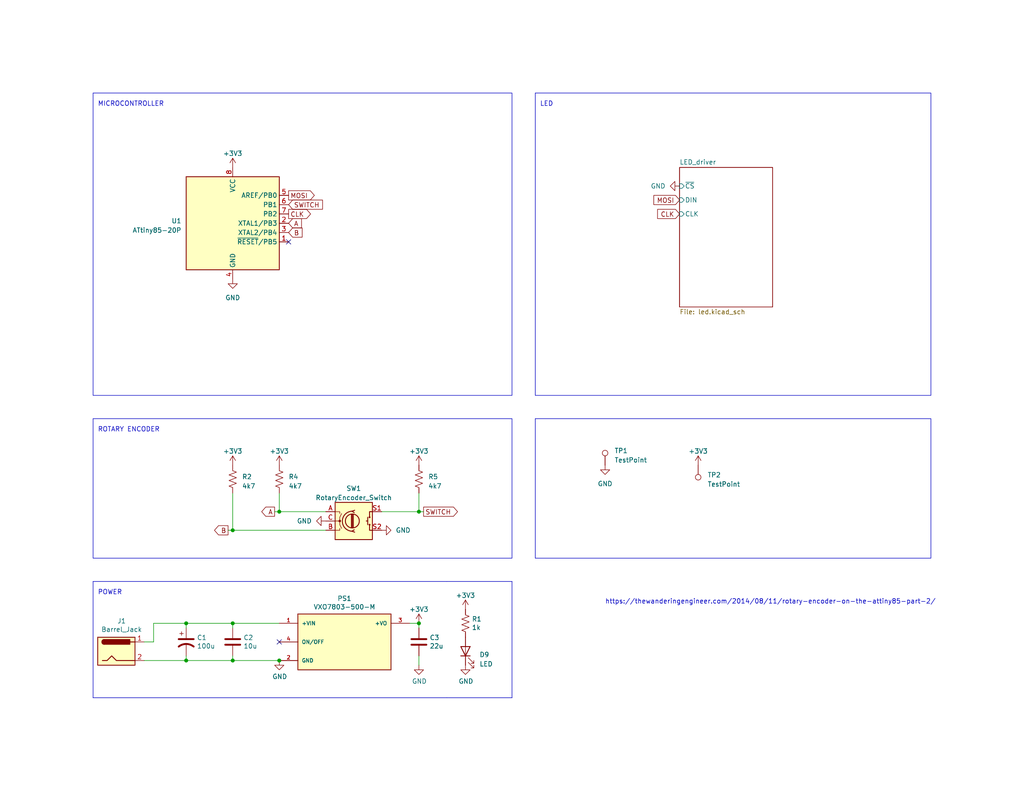
<source format=kicad_sch>
(kicad_sch (version 20230121) (generator eeschema)
  (paper "USLetter")
  (title_block (title "Byte Board") (date "2023-03-20") (rev "A") (company "University of Wisconsin-Madison") (comment 1 "Department of Chemistry") (comment 2 "Instrument Shop") (comment 3 "Blaise Thompson") (comment 4 "blaise.thompson@wisc.edu"))
  (lib_symbols
    (symbol "Connector:Barrel_Jack" (pin_names (offset 1.016))
      (property "Reference" "J" (at 0 5.334 0))
      (property "Value" "Barrel_Jack" (at 0 -5.08 0))
      (symbol "Barrel_Jack_0_1"
        (rectangle (start -5.08 3.81) (end 5.08 -3.81) (stroke (width 0.254)) (fill (type background)))
        (arc (start -3.302 3.175) (mid -3.9343 2.54) (end -3.302 1.905) (stroke (width 0.254)))
        (arc (start -3.302 3.175) (mid -3.9343 2.54) (end -3.302 1.905) (stroke (width 0.254)) (fill (type outline)))
        (polyline (pts (xy 5.08 2.54) (xy 3.81 2.54)) (stroke (width 0.254)))
        (polyline (pts (xy -3.81 -2.54) (xy -2.54 -2.54) (xy -1.27 -1.27) (xy 0 -2.54) (xy 2.54 -2.54) (xy 5.08 -2.54)) (stroke (width 0.254)))
        (rectangle (start 3.683 3.175) (end -3.302 1.905) (stroke (width 0.254)) (fill (type outline)))
      )
      (symbol "Barrel_Jack_1_1"
        (pin passive line (at 7.62 2.54 180) (length 2.54) (name "~") (number "1"))
        (pin passive line (at 7.62 -2.54 180) (length 2.54) (name "~") (number "2"))
      )
    )
    (symbol "Connector:TestPoint" (pin_numbers hide) (pin_names (offset 0.762) hide)
      (property "Reference" "TP" (at 0 6.858 0))
      (property "Value" "TestPoint" (at 0 5.08 0))
      (symbol "TestPoint_0_1"
        (circle (center 0 3.302) (radius 0.762))
      )
      (symbol "TestPoint_1_1"
        (pin passive line (at 0 0 90) (length 2.54) (name "1") (number "1"))
      )
    )
    (symbol "Device:C" (pin_numbers hide) (pin_names (offset 0.254))
      (property "Reference" "C" (at 0.635 2.54 0))
      (property "Value" "C" (at 0.635 -2.54 0))
      (symbol "C_0_1"
        (polyline (pts (xy -2.032 -0.762) (xy 2.032 -0.762)) (stroke (width 0.508)))
        (polyline (pts (xy -2.032 0.762) (xy 2.032 0.762)) (stroke (width 0.508)))
      )
      (symbol "C_1_1"
        (pin passive line (at 0 3.81 270) (length 2.794) (name "~") (number "1"))
        (pin passive line (at 0 -3.81 90) (length 2.794) (name "~") (number "2"))
      )
    )
    (symbol "Device:CP1" (pin_numbers hide) (pin_names (offset 0.254) hide)
      (property "Reference" "C" (at 0.635 2.54 0))
      (property "Value" "Device_CP1" (at 0.635 -2.54 0))
      (symbol "CP1_0_1"
        (polyline (pts (xy -2.032 0.762) (xy 2.032 0.762)) (stroke (width 0.508)))
        (polyline (pts (xy -1.778 2.286) (xy -0.762 2.286)))
        (polyline (pts (xy -1.27 1.778) (xy -1.27 2.794)))
        (arc (start 2.032 -1.27) (mid 0 -0.5572) (end -2.032 -1.27) (stroke (width 0.508)))
      )
      (symbol "CP1_1_1"
        (pin passive line (at 0 3.81 270) (length 2.794) (name "~") (number "1"))
        (pin passive line (at 0 -3.81 90) (length 3.302) (name "~") (number "2"))
      )
    )
    (symbol "Device:LED" (pin_numbers hide) (pin_names (offset 1.016) hide)
      (property "Reference" "D" (at 0 2.54 0))
      (property "Value" "LED" (at 0 -2.54 0))
      (symbol "LED_0_1"
        (polyline (pts (xy -1.27 -1.27) (xy -1.27 1.27)) (stroke (width 0.254)))
        (polyline (pts (xy -1.27 0) (xy 1.27 0)))
        (polyline (pts (xy 1.27 -1.27) (xy 1.27 1.27) (xy -1.27 0) (xy 1.27 -1.27)) (stroke (width 0.254)))
        (polyline (pts (xy -3.048 -0.762) (xy -4.572 -2.286) (xy -3.81 -2.286) (xy -4.572 -2.286) (xy -4.572 -1.524)))
        (polyline (pts (xy -1.778 -0.762) (xy -3.302 -2.286) (xy -2.54 -2.286) (xy -3.302 -2.286) (xy -3.302 -1.524)))
      )
      (symbol "LED_1_1"
        (pin passive line (at -3.81 0 0) (length 2.54) (name "K") (number "1"))
        (pin passive line (at 3.81 0 180) (length 2.54) (name "A") (number "2"))
      )
    )
    (symbol "Device:R_US" (pin_numbers hide) (pin_names (offset 0))
      (property "Reference" "R" (at 2.54 0 90))
      (property "Value" "R_US" (at -2.54 0 90))
      (symbol "R_US_0_1"
        (polyline (pts (xy 0 -2.286) (xy 0 -2.54)))
        (polyline (pts (xy 0 2.286) (xy 0 2.54)))
        (polyline (pts (xy 0 -0.762) (xy 1.016 -1.143) (xy 0 -1.524) (xy -1.016 -1.905) (xy 0 -2.286)))
        (polyline (pts (xy 0 0.762) (xy 1.016 0.381) (xy 0 0) (xy -1.016 -0.381) (xy 0 -0.762)))
        (polyline (pts (xy 0 2.286) (xy 1.016 1.905) (xy 0 1.524) (xy -1.016 1.143) (xy 0 0.762)))
      )
      (symbol "R_US_1_1"
        (pin passive line (at 0 3.81 270) (length 1.27) (name "~") (number "1"))
        (pin passive line (at 0 -3.81 90) (length 1.27) (name "~") (number "2"))
      )
    )
    (symbol "Device:RotaryEncoder_Switch" (pin_names (offset 0.254) hide)
      (property "Reference" "SW" (at 0 6.604 0))
      (property "Value" "RotaryEncoder_Switch" (at 0 -6.604 0))
      (symbol "RotaryEncoder_Switch_0_1"
        (rectangle (start -5.08 5.08) (end 5.08 -5.08) (stroke (width 0.254)) (fill (type background)))
        (circle (center -3.81 0) (radius 0.254) (fill (type outline)))
        (circle (center -0.381 0) (radius 1.905) (stroke (width 0.254)))
        (arc (start -0.381 2.667) (mid -3.0988 -0.0635) (end -0.381 -2.794) (stroke (width 0.254)))
        (polyline (pts (xy -0.635 -1.778) (xy -0.635 1.778)) (stroke (width 0.254)))
        (polyline (pts (xy -0.381 -1.778) (xy -0.381 1.778)) (stroke (width 0.254)))
        (polyline (pts (xy -0.127 1.778) (xy -0.127 -1.778)) (stroke (width 0.254)))
        (polyline (pts (xy 3.81 0) (xy 3.429 0)) (stroke (width 0.254)))
        (polyline (pts (xy 3.81 1.016) (xy 3.81 -1.016)) (stroke (width 0.254)))
        (polyline (pts (xy -5.08 -2.54) (xy -3.81 -2.54) (xy -3.81 -2.032)))
        (polyline (pts (xy -5.08 2.54) (xy -3.81 2.54) (xy -3.81 2.032)))
        (polyline (pts (xy 0.254 -3.048) (xy -0.508 -2.794) (xy 0.127 -2.413)) (stroke (width 0.254)))
        (polyline (pts (xy 0.254 2.921) (xy -0.508 2.667) (xy 0.127 2.286)) (stroke (width 0.254)))
        (polyline (pts (xy 5.08 -2.54) (xy 4.318 -2.54) (xy 4.318 -1.016)) (stroke (width 0.254)))
        (polyline (pts (xy 5.08 2.54) (xy 4.318 2.54) (xy 4.318 1.016)) (stroke (width 0.254)))
        (polyline (pts (xy -5.08 0) (xy -3.81 0) (xy -3.81 -1.016) (xy -3.302 -2.032)))
        (polyline (pts (xy -4.318 0) (xy -3.81 0) (xy -3.81 1.016) (xy -3.302 2.032)))
        (circle (center 4.318 -1.016) (radius 0.127) (stroke (width 0.254)))
        (circle (center 4.318 1.016) (radius 0.127) (stroke (width 0.254)))
      )
      (symbol "RotaryEncoder_Switch_1_1"
        (pin passive line (at -7.62 2.54 0) (length 2.54) (name "A") (number "A"))
        (pin passive line (at -7.62 -2.54 0) (length 2.54) (name "B") (number "B"))
        (pin passive line (at -7.62 0 0) (length 2.54) (name "C") (number "C"))
        (pin passive line (at 7.62 2.54 180) (length 2.54) (name "S1") (number "S1"))
        (pin passive line (at 7.62 -2.54 180) (length 2.54) (name "S2") (number "S2"))
      )
    )
    (symbol "GND_1" (power) (pin_names (offset 0))
      (property "Value" "GND_1" (at 0 -3.81 0))
      (symbol "GND_1_0_1"
        (polyline (pts (xy 0 0) (xy 0 -1.27) (xy 1.27 -1.27) (xy 0 -2.54) (xy -1.27 -1.27) (xy 0 -1.27)))
      )
      (symbol "GND_1_1_1"
        (pin power_in line (at 0 0 270) (length 0) hide (name "GND") (number "1"))
      )
    )
    (symbol "GND_2" (power) (pin_names (offset 0))
      (property "Value" "GND_2" (at 0 -3.81 0))
      (symbol "GND_2_0_1"
        (polyline (pts (xy 0 0) (xy 0 -1.27) (xy 1.27 -1.27) (xy 0 -2.54) (xy -1.27 -1.27) (xy 0 -1.27)))
      )
      (symbol "GND_2_1_1"
        (pin power_in line (at 0 0 270) (length 0) hide (name "GND") (number "1"))
      )
    )
    (symbol "GND_3" (power) (pin_names (offset 0))
      (property "Value" "GND_3" (at 0 -3.81 0))
      (symbol "GND_3_0_1"
        (polyline (pts (xy 0 0) (xy 0 -1.27) (xy 1.27 -1.27) (xy 0 -2.54) (xy -1.27 -1.27) (xy 0 -1.27)))
      )
      (symbol "GND_3_1_1"
        (pin power_in line (at 0 0 270) (length 0) hide (name "GND") (number "1"))
      )
    )
    (symbol "GND_4" (power) (pin_names (offset 0))
      (property "Value" "GND_4" (at 0 -3.81 0))
      (symbol "GND_4_0_1"
        (polyline (pts (xy 0 0) (xy 0 -1.27) (xy 1.27 -1.27) (xy 0 -2.54) (xy -1.27 -1.27) (xy 0 -1.27)))
      )
      (symbol "GND_4_1_1"
        (pin power_in line (at 0 0 270) (length 0) hide (name "GND") (number "1"))
      )
    )
    (symbol "MCU_Microchip_ATtiny:ATtiny85-20P"
      (property "Reference" "U" (at -12.7 13.97 0))
      (property "Value" "ATtiny85-20P" (at 2.54 -13.97 0))
      (symbol "ATtiny85-20P_0_1"
        (rectangle (start -12.7 -12.7) (end 12.7 12.7) (stroke (width 0.254)) (fill (type background)))
      )
      (symbol "ATtiny85-20P_1_1"
        (pin bidirectional line (at 15.24 -5.08 180) (length 2.54) (name "~{RESET}/PB5") (number "1"))
        (pin bidirectional line (at 15.24 0 180) (length 2.54) (name "XTAL1/PB3") (number "2"))
        (pin bidirectional line (at 15.24 -2.54 180) (length 2.54) (name "XTAL2/PB4") (number "3"))
        (pin power_in line (at 0 -15.24 90) (length 2.54) (name "GND") (number "4"))
        (pin bidirectional line (at 15.24 7.62 180) (length 2.54) (name "AREF/PB0") (number "5"))
        (pin bidirectional line (at 15.24 5.08 180) (length 2.54) (name "PB1") (number "6"))
        (pin bidirectional line (at 15.24 2.54 180) (length 2.54) (name "PB2") (number "7"))
        (pin power_in line (at 0 15.24 270) (length 2.54) (name "VCC") (number "8"))
      )
    )
    (symbol "VXO7805-500-M:VXO7805-500-M" (pin_names (offset 1.016))
      (property "Reference" "PS" (at -12.7 8.89 0))
      (property "Value" "VXO7805-500-M" (at -12.7 -8.89 0))
      (symbol "VXO7805-500-M_0_0"
        (pin input line (at -17.78 5.08 0) (length 5.08) (name "+VIN") (number "1"))
        (pin power_in line (at -17.78 -5.08 0) (length 5.08) (name "GND") (number "2"))
        (pin output line (at 17.78 5.08 180) (length 5.08) (name "+VO") (number "3"))
        (pin input line (at -17.78 0 0) (length 5.08) (name "ON/OFF") (number "4"))
      )
      (symbol "VXO7805-500-M_1_1"
        (rectangle (start -12.7 7.62) (end 12.7 -7.62) (stroke (width 0.254)) (fill (type background)))
      )
    )
    (symbol "power:+3V3" (power) (pin_names (offset 0))
      (property "Value" "+3V3" (at 0 3.556 0))
      (symbol "+3V3_0_1"
        (polyline (pts (xy -0.762 1.27) (xy 0 2.54)))
        (polyline (pts (xy 0 0) (xy 0 2.54)))
        (polyline (pts (xy 0 2.54) (xy 0.762 1.27)))
      )
      (symbol "+3V3_1_1"
        (pin power_in line (at 0 0 90) (length 0) hide (name "+3V3") (number "1"))
      )
    )
    (symbol "power:GND" (power) (pin_names (offset 0))
      (property "Value" "GND" (at 0 -3.81 0))
      (symbol "GND_0_1"
        (polyline (pts (xy 0 0) (xy 0 -1.27) (xy 1.27 -1.27) (xy 0 -2.54) (xy -1.27 -1.27) (xy 0 -1.27)))
      )
      (symbol "GND_1_1"
        (pin power_in line (at 0 0 270) (length 0) hide (name "GND") (number "1"))
      )
    )
  )
  (junction (at 63.5 180.34))
  (junction (at 50.8 170.18))
  (junction (at 76.2 180.34))
  (junction (at 50.8 180.34))
  (junction (at 114.3 170.18))
  (junction (at 114.3 139.7))
  (junction (at 63.5 144.78))
  (junction (at 63.5 170.18))
  (junction (at 76.2 139.7))
  (no_connect (at 78.74 66.04))
  (no_connect (at 76.2 175.26))
  (wire (pts (xy 41.91 175.26) (xy 41.91 170.18)))
  (polyline (pts (xy 139.7 190.5) (xy 121.92 190.5)))
  (wire (pts (xy 63.5 170.18) (xy 76.2 170.18)))
  (wire (pts (xy 41.91 170.18) (xy 50.8 170.18)))
  (wire (pts (xy 50.8 179.07) (xy 50.8 180.34)))
  (polyline (pts (xy 25.4 190.5) (xy 25.4 158.75)))
  (wire (pts (xy 63.5 170.18) (xy 63.5 171.45)))
  (polyline (pts (xy 25.4 158.75) (xy 121.92 158.75)))
  (wire (pts (xy 39.37 175.26) (xy 41.91 175.26)))
  (wire (pts (xy 74.93 139.7) (xy 76.2 139.7)))
  (polyline (pts (xy 121.92 158.75) (xy 139.7 158.75)))
  (wire (pts (xy 114.3 170.18) (xy 111.76 170.18)))
  (wire (pts (xy 62.23 144.78) (xy 63.5 144.78)))
  (wire (pts (xy 63.5 179.07) (xy 63.5 180.34)))
  (wire (pts (xy 63.5 144.78) (xy 63.5 134.62)))
  (wire (pts (xy 50.8 180.34) (xy 63.5 180.34)))
  (wire (pts (xy 104.14 139.7) (xy 114.3 139.7)))
  (wire (pts (xy 39.37 180.34) (xy 50.8 180.34)))
  (polyline (pts (xy 139.7 158.75) (xy 139.7 190.5)))
  (wire (pts (xy 50.8 170.18) (xy 63.5 170.18)))
  (wire (pts (xy 114.3 179.07) (xy 114.3 181.61)))
  (wire (pts (xy 63.5 180.34) (xy 76.2 180.34)))
  (wire (pts (xy 76.2 139.7) (xy 76.2 134.62)))
  (polyline (pts (xy 121.92 190.5) (xy 25.4 190.5)))
  (wire (pts (xy 114.3 139.7) (xy 114.3 134.62)))
  (wire (pts (xy 50.8 171.45) (xy 50.8 170.18)))
  (wire (pts (xy 114.3 171.45) (xy 114.3 170.18)))
  (wire (pts (xy 114.3 139.7) (xy 115.57 139.7)))
  (wire (pts (xy 88.9 144.78) (xy 63.5 144.78)))
  (wire (pts (xy 88.9 139.7) (xy 76.2 139.7)))
  (rectangle (start 146.05 114.3) (end 254 152.4))
  (rectangle (start 25.4 114.3) (end 139.7 152.4))
  (rectangle (start 25.4 25.4) (end 139.7 107.95))
  (rectangle (start 146.05 25.4) (end 254 107.95))
  (text "LED" (at 147.32 29.21 0) (effects (font (size 1.27 1.27)) (justify left bottom)))
  (text "ROTARY ENCODER" (at 26.67 118.11 0) (effects (font (size 1.27 1.27)) (justify left bottom)))
  (text "MICROCONTROLLER" (at 26.67 29.21 0) (effects (font (size 1.27 1.27)) (justify left bottom)))
  (text "https://thewanderingengineer.com/2014/08/11/rotary-encoder-on-the-attiny85-part-2/" (at 165.1 165.1 0) (effects (font (size 1.27 1.27)) (justify left bottom)))
  (text "POWER" (at 26.67 162.56 0) (effects (font (size 1.27 1.27)) (justify left bottom)))
  (global_label "SWITCH" (shape input) (at 78.74 55.88 0) (property "Intersheetrefs" "${INTERSHEET_REFS}" (effects hide)))
  (global_label "B" (shape output) (at 62.23 144.78 180) (property "Intersheetrefs" "${INTERSHEET_REFS}" (effects hide)))
  (global_label "A" (shape input) (at 78.74 60.96 0) (property "Intersheetrefs" "${INTERSHEET_REFS}" (effects hide)))
  (global_label "MOSI" (shape input) (at 185.42 54.61 180) (property "Intersheetrefs" "${INTERSHEET_REFS}" (effects hide)))
  (global_label "MOSI" (shape output) (at 78.74 53.34 0) (property "Intersheetrefs" "${INTERSHEET_REFS}" (effects hide)))
  (global_label "CLK" (shape output) (at 78.74 58.42 0) (property "Intersheetrefs" "${INTERSHEET_REFS}" (effects hide)))
  (global_label "SWITCH" (shape output) (at 115.57 139.7 0) (property "Intersheetrefs" "${INTERSHEET_REFS}" (effects hide)))
  (global_label "CLK" (shape input) (at 185.42 58.42 180) (property "Intersheetrefs" "${INTERSHEET_REFS}" (effects hide)))
  (global_label "B" (shape input) (at 78.74 63.5 0) (property "Intersheetrefs" "${INTERSHEET_REFS}" (effects hide)))
  (global_label "A" (shape output) (at 74.93 139.7 180) (property "Intersheetrefs" "${INTERSHEET_REFS}" (effects hide)))
  (symbol (lib_name "GND_1") (lib_id "power:GND") (at 104.14 144.78 90) (unit 1)
    (property "Reference" "#PWR07" (effects hide))
    (property "Value" "GND" (at 107.95 144.78 90) (effects (justify right)))
  )
  (symbol (lib_id "power:+3V3") (at 76.2 127 0) (unit 1)
    (property "Reference" "#PWR09" (effects hide))
    (property "Value" "+3V3" (at 76.2 123.19 0))
  )
  (symbol (lib_id "MCU_Microchip_ATtiny:ATtiny85-20P") (at 63.5 60.96 0) (unit 1)
    (property "Reference" "U1" (at 49.53 60.325 0) (effects (justify right)))
    (property "Value" "ATtiny85-20P" (at 49.53 62.865 0) (effects (justify right)))
    (property "Footprint" "Package_DIP:DIP-8_W7.62mm" (effects hide))
    (property "Datasheet" "http://ww1.microchip.com/downloads/en/DeviceDoc/atmel-2586-avr-8-bit-microcontroller-attiny25-attiny45-attiny85_datasheet.pdf" (effects hide))
  )
  (symbol (lib_id "power:+3V3") (at 190.5 127 0) (unit 1)
    (property "Reference" "#PWR016" (effects hide))
    (property "Value" "+3V3" (at 190.5 123.19 0))
  )
  (symbol (lib_id "power:+3V3") (at 114.3 127 0) (unit 1)
    (property "Reference" "#PWR010" (effects hide))
    (property "Value" "+3V3" (at 114.3 123.19 0))
  )
  (symbol (lib_id "power:GND") (at 114.3 181.61 0) (unit 1)
    (property "Reference" "#PWR03" (effects hide))
    (property "Value" "GND" (at 114.427 186.0042 0))
  )
  (symbol (lib_id "Device:R_US") (at 114.3 130.81 0) (unit 1)
    (property "Reference" "R5" (at 116.84 130.175 0) (effects (justify left)))
    (property "Value" "4k7" (at 116.84 132.715 0) (effects (justify left)))
    (property "Footprint" "Resistor_SMD:R_1206_3216Metric_Pad1.30x1.75mm_HandSolder" (effects hide))
  )
  (symbol (lib_id "VXO7805-500-M:VXO7805-500-M") (at 93.98 175.26 0) (unit 1)
    (property "Reference" "PS1" (at 93.98 163.3982 0))
    (property "Value" "VXO7803-500-M" (at 93.98 165.7096 0))
    (property "Footprint" "CONV_VXO7805-500-M" (effects hide))
    (property "Datasheet" "1.0" (effects hide))
    (property "Field4" "3.5 mm" (effects hide))
    (property "Field5" "CUI Inc." (effects hide))
    (property "Field6" "Manufacturer Recommendations" (effects hide))
  )
  (symbol (lib_id "power:+3V3") (at 127 166.37 0) (unit 1)
    (property "Reference" "#PWR04" (effects hide))
    (property "Value" "+3V3" (at 127 162.56 0))
  )
  (symbol (lib_id "power:GND") (at 76.2 180.34 0) (unit 1)
    (property "Reference" "#PWR01" (effects hide))
    (property "Value" "GND" (at 76.327 184.7342 0))
  )
  (symbol (lib_name "GND_3") (lib_id "power:GND") (at 185.42 50.8 270) (unit 1)
    (property "Reference" "#PWR013" (effects hide))
    (property "Value" "GND" (at 181.61 50.8 90) (effects (justify right)))
  )
  (symbol (lib_id "power:+3V3") (at 63.5 45.72 0) (unit 1)
    (property "Reference" "#PWR011" (effects hide))
    (property "Value" "+3V3" (at 63.5 41.91 0))
  )
  (symbol (lib_name "GND_1") (lib_id "power:GND") (at 88.9 142.24 270) (unit 1)
    (property "Reference" "#PWR06" (effects hide))
    (property "Value" "GND" (at 85.09 142.24 90) (effects (justify right)))
  )
  (symbol (lib_id "power:+3V3") (at 63.5 127 0) (unit 1)
    (property "Reference" "#PWR08" (effects hide))
    (property "Value" "+3V3" (at 63.5 123.19 0))
  )
  (symbol (lib_id "Device:R_US") (at 76.2 130.81 0) (unit 1)
    (property "Reference" "R4" (at 78.74 130.175 0) (effects (justify left)))
    (property "Value" "4k7" (at 78.74 132.715 0) (effects (justify left)))
    (property "Footprint" "Resistor_SMD:R_1206_3216Metric_Pad1.30x1.75mm_HandSolder" (effects hide))
  )
  (symbol (lib_id "power:GND") (at 127 181.61 0) (unit 1)
    (property "Reference" "#PWR05" (effects hide))
    (property "Value" "GND" (at 127.127 186.0042 0))
  )
  (symbol (lib_id "Device:R_US") (at 63.5 130.81 0) (unit 1)
    (property "Reference" "R2" (at 66.04 130.175 0) (effects (justify left)))
    (property "Value" "4k7" (at 66.04 132.715 0) (effects (justify left)))
    (property "Footprint" "Resistor_SMD:R_1206_3216Metric_Pad1.30x1.75mm_HandSolder" (effects hide))
  )
  (symbol (lib_id "Device:C") (at 114.3 175.26 0) (unit 1)
    (property "Reference" "C3" (at 117.221 174.0916 0) (effects (justify left)))
    (property "Value" "22u" (at 117.221 176.403 0) (effects (justify left)))
    (property "Footprint" "Capacitor_SMD:C_1206_3216Metric_Pad1.33x1.80mm_HandSolder" (effects hide))
  )
  (symbol (lib_name "GND_2") (lib_id "power:GND") (at 63.5 76.2 0) (unit 1)
    (property "Reference" "#PWR012" (effects hide))
    (property "Value" "GND" (at 63.5 81.28 0))
  )
  (symbol (lib_id "Device:R_US") (at 127 170.18 0) (unit 1)
    (property "Reference" "R1" (at 128.7272 169.0116 0) (effects (justify left)))
    (property "Value" "1k" (at 128.7272 171.323 0) (effects (justify left)))
    (property "Footprint" "Resistor_SMD:R_1206_3216Metric_Pad1.30x1.75mm_HandSolder" (effects hide))
  )
  (symbol (lib_id "power:+3V3") (at 114.3 170.18 0) (unit 1)
    (property "Reference" "#PWR02" (effects hide))
    (property "Value" "+3V3" (at 114.3 166.37 0))
  )
  (symbol (lib_id "Connector:TestPoint") (at 165.1 127 0) (unit 1)
    (property "Reference" "TP1" (at 167.64 123.063 0) (effects (justify left)))
    (property "Value" "TestPoint" (at 167.64 125.603 0) (effects (justify left)))
    (property "Footprint" "TestPoint:TestPoint_THTPad_D3.0mm_Drill1.5mm" (effects hide))
  )
  (symbol (lib_id "Device:RotaryEncoder_Switch") (at 96.52 142.24 0) (unit 1)
    (property "Reference" "SW1" (at 96.52 133.35 0))
    (property "Value" "RotaryEncoder_Switch" (at 96.52 135.89 0))
    (property "Footprint" "Rotary_Encoder:RotaryEncoder_Bourns_Vertical_PEC12R-3xxxF-Sxxxx" (effects hide))
  )
  (symbol (lib_id "Connector:Barrel_Jack") (at 31.75 177.8 0) (unit 1)
    (property "Reference" "J1" (at 33.1978 169.545 0))
    (property "Value" "Barrel_Jack" (at 33.1978 171.8564 0))
    (property "Footprint" "Connector_BarrelJack:BarrelJack_Horizontal" (effects hide))
  )
  (symbol (lib_id "Connector:TestPoint") (at 190.5 127 180) (unit 1)
    (property "Reference" "TP2" (at 193.04 129.667 0) (effects (justify right)))
    (property "Value" "TestPoint" (at 193.04 132.207 0) (effects (justify right)))
    (property "Footprint" "TestPoint:TestPoint_THTPad_D3.0mm_Drill1.5mm" (effects hide))
  )
  (symbol (lib_id "Device:LED") (at 127 177.8 90) (unit 1)
    (property "Reference" "D9" (at 130.81 178.7525 90) (effects (justify right)))
    (property "Value" "LED" (at 130.81 181.2925 90) (effects (justify right)))
    (property "Footprint" "LED_SMD:LED_1206_3216Metric_Pad1.42x1.75mm_HandSolder" (effects hide))
  )
  (symbol (lib_name "GND_4") (lib_id "power:GND") (at 165.1 127 0) (unit 1)
    (property "Reference" "#PWR017" (effects hide))
    (property "Value" "GND" (at 165.1 132.08 0))
  )
  (symbol (lib_id "Device:C") (at 63.5 175.26 0) (unit 1)
    (property "Reference" "C2" (at 66.421 174.0916 0) (effects (justify left)))
    (property "Value" "10u" (at 66.421 176.403 0) (effects (justify left)))
    (property "Footprint" "Capacitor_SMD:C_1206_3216Metric_Pad1.33x1.80mm_HandSolder" (effects hide))
  )
  (symbol (lib_id "Device:CP1") (at 50.8 175.26 0) (unit 1)
    (property "Reference" "C1" (at 53.721 174.0916 0) (effects (justify left)))
    (property "Value" "100u" (at 53.721 176.403 0) (effects (justify left)))
    (property "Footprint" "Capacitor_THT:CP_Radial_Tantal_D7.0mm_P2.50mm" (effects hide))
  )
  (sheet (at 185.42 45.72) (size 25.4 38.1) (stroke (width 0.1524))
    (property "Sheetname" "LED_driver" (at 185.42 45.0084 0) (effects (justify left bottom)))
    (property "Sheetfile" "led.kicad_sch" (at 185.42 84.4046 0) (effects (justify left top)))
    (pin "~{CS}" input (at 185.42 50.8 180))
    (pin "DIN" input (at 185.42 54.61 180))
    (pin "CLK" input (at 185.42 58.42 180))
  )
)
</source>
